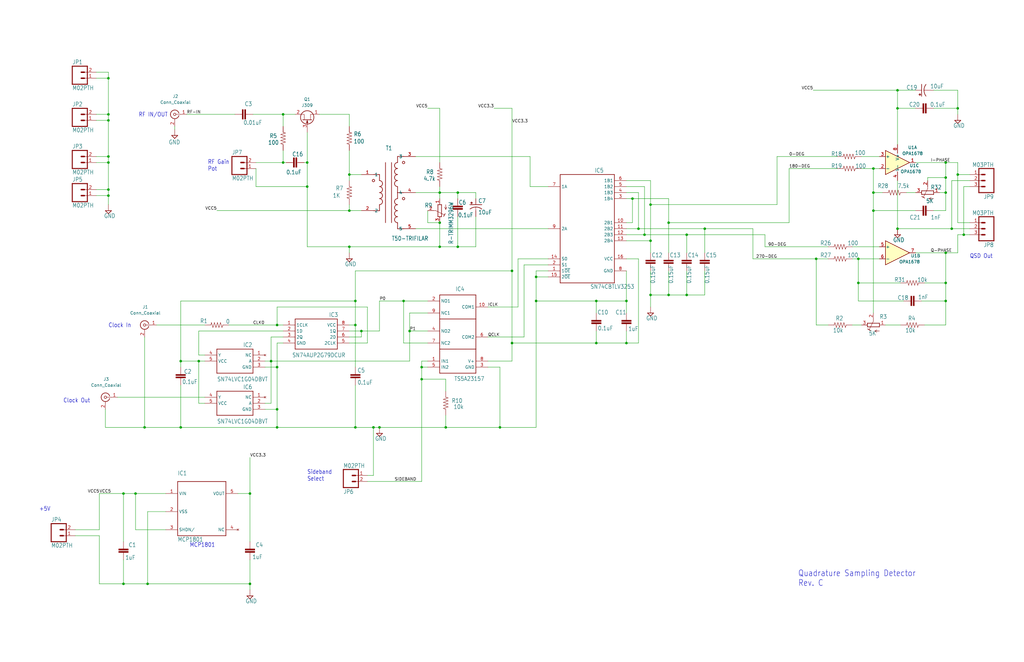
<source format=kicad_sch>
(kicad_sch (version 20211123) (generator eeschema)
  (paper "B")
  (title_block (date "2022-12-23"))
  (lib_symbols
    (symbol "Amplifier_Operational:OPA1678" (pin_names (offset 0.127))
      (property "Reference" "U" (at 0 5.08 0))
      (property "Value" "OPA1678" (at 0 -5.08 0))
      (symbol "OPA1678_1_1"
        (pin output line (at 7.62 0 180) (length 2.54) (name "~") (number "1"))
        (pin input line (at -7.62 -2.54 0) (length 2.54) (name "-") (number "2"))
        (pin input line (at -7.62 2.54 0) (length 2.54) (name "+") (number "3"))
      )
      (symbol "OPA1678_2_1"
        (pin input line (at -7.62 2.54 0) (length 2.54) (name "+") (number "5"))
        (pin input line (at -7.62 -2.54 0) (length 2.54) (name "-") (number "6"))
        (pin output line (at 7.62 0 180) (length 2.54) (name "~") (number "7"))
      )
      (symbol "OPA1678_3_1"
        (pin power_in line (at -2.54 -7.62 90) (length 3.81) (name "V-") (number "4"))
        (pin power_in line (at -2.54 7.62 270) (length 3.81) (name "V+") (number "8"))
      )
    )
    (symbol "Connector:Conn_Coaxial" (pin_names (offset 1.016) hide)
      (property "Reference" "J" (at 0.254 3.048 0))
      (property "Value" "Conn_Coaxial" (at 2.921 0 90))
      (symbol "Conn_Coaxial_1_1"
        (pin passive line (at -5.08 0 0) (length 2.54) (name "In") (number "1"))
        (pin passive line (at 0 -5.08 90) (length 2.54) (name "Ext") (number "2"))
      )
    )
    (symbol "Device:Q_NJFET_DSG" (pin_names (offset 0) hide)
      (property "Reference" "Q" (at 5.08 1.27 0))
      (property "Value" "Q_NJFET_DSG" (at 5.08 -1.27 0))
      (symbol "Q_NJFET_DSG_1_1"
        (pin passive line (at 2.54 5.08 270) (length 2.54) (name "D") (number "1"))
        (pin passive line (at 2.54 -5.08 90) (length 2.54) (name "S") (number "2"))
        (pin input line (at -5.08 0 0) (length 5.334) (name "G") (number "3"))
      )
    )
    (symbol "qsd_revB-eagle-import:10UF-25V-20%(PTH)"
      (property "Reference" "C" (at 1.016 0.635 0))
      (property "Value" "10UF-25V-20%(PTH)" (at 1.016 -4.191 0))
      (symbol "10UF-25V-20%(PTH)_1_0"
        (pin passive line (at 0 2.54 270) (length 2.54) (name "+") (number "1"))
        (pin passive line (at 0 -5.08 90) (length 2.54) (name "-") (number "2"))
      )
    )
    (symbol "qsd_revB-eagle-import:CAP0603-CAP"
      (property "Reference" "C" (at 1.524 2.921 0))
      (property "Value" "CAP0603-CAP" (at 1.524 -2.159 0))
      (symbol "CAP0603-CAP_1_0"
        (pin passive line (at 0 5.08 270) (length 2.54) (name "1") (number "1"))
        (pin passive line (at 0 -2.54 90) (length 2.54) (name "2") (number "2"))
      )
    )
    (symbol "qsd_revB-eagle-import:GND" (power)
      (property "Value" "GND" (at -1.905 -3.175 0))
      (symbol "GND_1_0"
        (pin power_in line (at 0 2.54 270) (length 2.54) (name "GND") (number "1"))
      )
    )
    (symbol "qsd_revB-eagle-import:M02PTH"
      (property "Reference" "JP" (at -2.54 5.842 0))
      (property "Value" "M02PTH" (at -2.54 -5.08 0))
      (symbol "M02PTH_1_0"
        (pin passive line (at 7.62 0 180) (length 5.08) (name "1") (number "1"))
        (pin passive line (at 7.62 2.54 180) (length 5.08) (name "2") (number "2"))
      )
    )
    (symbol "qsd_revB-eagle-import:M03PTH"
      (property "Reference" "JP" (at -2.54 5.842 0))
      (property "Value" "M03PTH" (at -2.54 -7.62 0))
      (symbol "M03PTH_1_0"
        (pin passive line (at 7.62 -2.54 180) (length 5.08) (name "1") (number "1"))
        (pin passive line (at 7.62 0 180) (length 5.08) (name "2") (number "2"))
        (pin passive line (at 7.62 2.54 180) (length 5.08) (name "3") (number "3"))
      )
    )
    (symbol "qsd_revB-eagle-import:MCP1801"
      (property "Reference" "IC" (at 0 25.4 0))
      (property "Value" "MCP1801" (at 0 -2.54 0))
      (symbol "MCP1801_1_0"
        (pin power_in line (at -5.08 17.78 0) (length 5.08) (name "VIN") (number "1"))
        (pin power_in line (at -5.08 10.16 0) (length 5.08) (name "VSS") (number "2"))
        (pin input line (at -5.08 2.54 0) (length 5.08) (name "SHDN/") (number "3"))
        (pin no_connect line (at 25.4 2.54 180) (length 5.08) (name "NC") (number "4"))
        (pin power_in line (at 25.4 17.78 180) (length 5.08) (name "VOUT") (number "5"))
      )
    )
    (symbol "qsd_revB-eagle-import:R-TRIMM3296W"
      (property "Reference" "R" (at -5.969 -3.81 90))
      (property "Value" "R-TRIMM3296W" (at -3.81 -3.81 90))
      (symbol "R-TRIMM3296W_1_0"
        (pin passive line (at 0 -5.08 90) (length 2.54) (name "A") (number "1"))
        (pin passive line (at 5.08 0 180) (length 2.54) (name "S") (number "2"))
        (pin passive line (at 0 5.08 270) (length 2.54) (name "E") (number "3"))
      )
    )
    (symbol "qsd_revB-eagle-import:RESISTOR0603-RES"
      (property "Reference" "R" (at -3.81 1.4986 0))
      (property "Value" "RESISTOR0603-RES" (at -3.81 -3.302 0))
      (symbol "RESISTOR0603-RES_1_0"
        (pin passive line (at -5.08 0 0) (length 2.54) (name "1") (number "1"))
        (pin passive line (at 5.08 0 180) (length 2.54) (name "2") (number "2"))
      )
    )
    (symbol "qsd_revB-eagle-import:SN74AUP2G79DCUR"
      (property "Reference" "IC" (at 24.13 7.62 0))
      (property "Value" "SN74AUP2G79DCUR" (at 24.13 5.08 0))
      (symbol "SN74AUP2G79DCUR_1_0"
        (pin bidirectional line (at 0 0 0) (length 5.08) (name "1CLK") (number "1"))
        (pin bidirectional line (at 0 -2.54 0) (length 5.08) (name "1D") (number "2"))
        (pin bidirectional line (at 0 -5.08 0) (length 5.08) (name "2Q") (number "3"))
        (pin bidirectional line (at 0 -7.62 0) (length 5.08) (name "GND") (number "4"))
        (pin bidirectional line (at 27.94 -7.62 180) (length 5.08) (name "2CLK") (number "5"))
        (pin bidirectional line (at 27.94 -5.08 180) (length 5.08) (name "2D") (number "6"))
        (pin bidirectional line (at 27.94 -2.54 180) (length 5.08) (name "1Q") (number "7"))
        (pin bidirectional line (at 27.94 0 180) (length 5.08) (name "VCC") (number "8"))
      )
    )
    (symbol "qsd_revB-eagle-import:SN74CBTLV3253"
      (property "Reference" "IC" (at 14.478 46.482 0))
      (property "Value" "SN74CBTLV3253" (at 12.7 -2.54 0))
      (symbol "SN74CBTLV3253_1_0"
        (pin bidirectional line (at -5.08 5.08 0) (length 5.08) (name "1~{OE}") (number "1"))
        (pin bidirectional line (at 27.94 25.4 180) (length 5.08) (name "2B1") (number "10"))
        (pin bidirectional line (at 27.94 22.86 180) (length 5.08) (name "2B2") (number "11"))
        (pin bidirectional line (at 27.94 20.32 180) (length 5.08) (name "2B3") (number "12"))
        (pin bidirectional line (at 27.94 17.78 180) (length 5.08) (name "2B4") (number "13"))
        (pin bidirectional line (at -5.08 10.16 0) (length 5.08) (name "S0") (number "14"))
        (pin bidirectional line (at -5.08 2.54 0) (length 5.08) (name "2~{OE}") (number "15"))
        (pin bidirectional line (at 27.94 10.16 180) (length 5.08) (name "VCC") (number "16"))
        (pin bidirectional line (at -5.08 7.62 0) (length 5.08) (name "S1") (number "2"))
        (pin bidirectional line (at 27.94 35.56 180) (length 5.08) (name "1B4") (number "3"))
        (pin bidirectional line (at 27.94 38.1 180) (length 5.08) (name "1B3") (number "4"))
        (pin bidirectional line (at 27.94 40.64 180) (length 5.08) (name "1B2") (number "5"))
        (pin bidirectional line (at 27.94 43.18 180) (length 5.08) (name "1B1") (number "6"))
        (pin bidirectional line (at -5.08 40.64 0) (length 5.08) (name "1A") (number "7"))
        (pin bidirectional line (at 27.94 5.08 180) (length 5.08) (name "GND") (number "8"))
        (pin bidirectional line (at -5.08 22.86 0) (length 5.08) (name "2A") (number "9"))
      )
    )
    (symbol "qsd_revB-eagle-import:SN74LVC1G04DBVT"
      (property "Reference" "IC" (at 21.59 7.62 0))
      (property "Value" "SN74LVC1G04DBVT" (at 21.59 5.08 0))
      (symbol "SN74LVC1G04DBVT_1_0"
        (pin no_connect line (at 0 0 0) (length 5.08) (name "NC") (number "1"))
        (pin input line (at 0 -2.54 0) (length 5.08) (name "A") (number "2"))
        (pin power_in line (at 0 -5.08 0) (length 5.08) (name "GND") (number "3"))
        (pin output line (at 25.4 0 180) (length 5.08) (name "Y") (number "4"))
        (pin power_in line (at 25.4 -2.54 180) (length 5.08) (name "VCC") (number "5"))
      )
    )
    (symbol "qsd_revB-eagle-import:T50-TRIFILAR"
      (property "Reference" "T" (at 5.08 25.4 0))
      (property "Value" "T50-TRIFILAR" (at 7.62 -12.7 0))
      (symbol "T50-TRIFILAR_1_0"
        (pin bidirectional line (at -5.08 15.24 0) (length 5.08) (name "1") (number "1"))
        (pin bidirectional line (at -5.08 0 0) (length 5.08) (name "2") (number "2"))
        (pin bidirectional line (at 17.78 22.86 180) (length 5.08) (name "3") (number "3"))
        (pin bidirectional line (at 17.78 7.62 180) (length 5.08) (name "4") (number "4"))
        (pin bidirectional line (at 17.78 -7.62 180) (length 5.08) (name "5") (number "5"))
      )
    )
    (symbol "qsd_revB-eagle-import:TS5A23157"
      (property "Reference" "IC" (at 6.604 34.544 0))
      (property "Value" "TS5A23157" (at 6.096 -3.302 0))
      (symbol "TS5A23157_1_0"
        (pin bidirectional line (at -5.08 5.08 0) (length 5.08) (name "IN1") (number "1"))
        (pin bidirectional line (at 20.32 27.94 180) (length 5.08) (name "COM1") (number "10"))
        (pin bidirectional line (at -5.08 30.48 0) (length 5.08) (name "NO1") (number "2"))
        (pin bidirectional line (at 20.32 2.54 180) (length 5.08) (name "GND") (number "3"))
        (pin bidirectional line (at -5.08 17.78 0) (length 5.08) (name "NO2") (number "4"))
        (pin bidirectional line (at -5.08 2.54 0) (length 5.08) (name "IN2") (number "5"))
        (pin bidirectional line (at 20.32 15.24 180) (length 5.08) (name "COM2") (number "6"))
        (pin bidirectional line (at -5.08 12.7 0) (length 5.08) (name "NC2") (number "7"))
        (pin bidirectional line (at 20.32 5.08 180) (length 5.08) (name "V+") (number "8"))
        (pin bidirectional line (at -5.08 25.4 0) (length 5.08) (name "NC1") (number "9"))
      )
    )
  )
  (junction (at 361.95 109.22))
  (junction (at 269.24 96.52))
  (junction (at 62.23 246.38))
  (junction (at 177.8 160.02))
  (junction (at 193.04 81.28))
  (junction (at 76.2 180.34))
  (junction (at 45.72 50.8))
  (junction (at 52.07 208.28))
  (junction (at 361.95 119.38))
  (junction (at 401.32 96.52))
  (junction (at 403.86 45.72))
  (junction (at 264.16 127))
  (junction (at 57.15 208.28))
  (junction (at 403.86 73.66))
  (junction (at 185.42 93.98))
  (junction (at 147.32 88.9))
  (junction (at 157.48 180.34))
  (junction (at 210.82 180.34))
  (junction (at 368.3 81.28))
  (junction (at 378.46 45.72))
  (junction (at 116.84 172.72))
  (junction (at 226.06 116.84))
  (junction (at 60.96 180.34))
  (junction (at 105.41 208.28))
  (junction (at 398.78 119.38))
  (junction (at 116.84 180.34))
  (junction (at 45.72 80.01))
  (junction (at 215.9 144.78))
  (junction (at 264.16 144.78))
  (junction (at 297.18 96.52))
  (junction (at 406.4 99.06))
  (junction (at 398.78 81.28))
  (junction (at 368.3 71.12))
  (junction (at 119.38 68.58))
  (junction (at 160.02 180.34))
  (junction (at 281.94 124.46))
  (junction (at 289.56 99.06))
  (junction (at 45.72 68.58))
  (junction (at 149.86 180.34))
  (junction (at 185.42 104.14))
  (junction (at 129.54 68.58))
  (junction (at 215.9 114.3))
  (junction (at 271.78 99.06))
  (junction (at 251.46 127))
  (junction (at 398.78 74.93))
  (junction (at 289.56 124.46))
  (junction (at 116.84 154.94))
  (junction (at 368.3 88.9))
  (junction (at 152.4 139.7))
  (junction (at 281.94 93.98))
  (junction (at 398.78 68.58))
  (junction (at 119.38 48.26))
  (junction (at 266.7 83.82))
  (junction (at 398.78 127))
  (junction (at 398.78 106.68))
  (junction (at 170.18 127))
  (junction (at 83.82 152.4))
  (junction (at 114.3 152.4))
  (junction (at 147.32 104.14))
  (junction (at 52.07 246.38))
  (junction (at 274.32 101.6))
  (junction (at 193.04 104.14))
  (junction (at 177.8 154.94))
  (junction (at 129.54 78.74))
  (junction (at 226.06 127))
  (junction (at 45.72 48.26))
  (junction (at 172.72 139.7))
  (junction (at 116.84 137.16))
  (junction (at 147.32 73.66))
  (junction (at 185.42 81.28))
  (junction (at 45.72 82.55))
  (junction (at 76.2 152.4))
  (junction (at 274.32 86.36))
  (junction (at 344.17 109.22))
  (junction (at 45.72 33.02))
  (junction (at 378.46 38.1))
  (junction (at 45.72 66.04))
  (junction (at 105.41 246.38))
  (junction (at 149.86 137.16))
  (junction (at 187.96 180.34))
  (junction (at 274.32 124.46))
  (junction (at 378.46 96.52))
  (junction (at 251.46 144.78))
  (junction (at 149.86 127))
  (wire (pts (xy 147.32 76.2) (xy 147.32 73.66)))
  (wire (pts (xy 129.54 68.58) (xy 129.54 78.74)))
  (wire (pts (xy 177.8 160.02) (xy 177.8 203.2)))
  (wire (pts (xy 378.46 38.1) (xy 378.46 45.72)))
  (wire (pts (xy 129.54 78.74) (xy 129.54 104.14)))
  (wire (pts (xy 185.42 93.98) (xy 185.42 104.14)))
  (wire (pts (xy 73.66 53.34) (xy 73.66 54.61)))
  (wire (pts (xy 49.53 167.64) (xy 86.36 167.64)))
  (wire (pts (xy 172.72 132.08) (xy 180.34 132.08)))
  (wire (pts (xy 389.89 119.38) (xy 398.78 119.38)))
  (wire (pts (xy 231.14 116.84) (xy 226.06 116.84)))
  (wire (pts (xy 52.07 246.38) (xy 62.23 246.38)))
  (wire (pts (xy 391.16 76.2) (xy 391.16 74.93)))
  (wire (pts (xy 218.44 109.22) (xy 231.14 109.22)))
  (wire (pts (xy 111.76 154.94) (xy 116.84 154.94)))
  (wire (pts (xy 368.3 88.9) (xy 368.3 132.08)))
  (wire (pts (xy 180.34 144.78) (xy 170.18 144.78)))
  (wire (pts (xy 45.72 80.01) (xy 45.72 82.55)))
  (wire (pts (xy 200.66 104.14) (xy 193.04 104.14)))
  (wire (pts (xy 129.54 55.88) (xy 129.54 68.58)))
  (wire (pts (xy 45.72 66.04) (xy 45.72 68.58)))
  (wire (pts (xy 60.96 142.24) (xy 60.96 180.34)))
  (wire (pts (xy 180.34 152.4) (xy 177.8 152.4)))
  (wire (pts (xy 147.32 86.36) (xy 147.32 88.9)))
  (wire (pts (xy 40.64 82.55) (xy 45.72 82.55)))
  (wire (pts (xy 205.74 129.54) (xy 218.44 129.54)))
  (wire (pts (xy 322.58 99.06) (xy 322.58 104.14)))
  (wire (pts (xy 327.66 66.04) (xy 353.06 66.04)))
  (wire (pts (xy 327.66 86.36) (xy 274.32 86.36)))
  (wire (pts (xy 147.32 88.9) (xy 152.4 88.9)))
  (wire (pts (xy 45.72 50.8) (xy 45.72 66.04)))
  (wire (pts (xy 193.04 91.44) (xy 193.04 104.14)))
  (wire (pts (xy 220.98 142.24) (xy 220.98 111.76)))
  (wire (pts (xy 297.18 114.3) (xy 297.18 124.46)))
  (wire (pts (xy 210.82 180.34) (xy 226.06 180.34)))
  (wire (pts (xy 388.62 127) (xy 398.78 127)))
  (wire (pts (xy 44.45 180.34) (xy 60.96 180.34)))
  (wire (pts (xy 398.78 106.68) (xy 398.78 119.38)))
  (wire (pts (xy 149.86 127) (xy 149.86 114.3)))
  (wire (pts (xy 83.82 139.7) (xy 119.38 139.7)))
  (wire (pts (xy 381 127) (xy 361.95 127)))
  (wire (pts (xy 393.7 88.9) (xy 398.78 88.9)))
  (wire (pts (xy 231.14 114.3) (xy 226.06 114.3)))
  (wire (pts (xy 105.41 236.22) (xy 105.41 246.38)))
  (wire (pts (xy 408.94 99.06) (xy 406.4 99.06)))
  (wire (pts (xy 193.04 81.28) (xy 185.42 81.28)))
  (wire (pts (xy 363.22 71.12) (xy 368.3 71.12)))
  (wire (pts (xy 200.66 81.28) (xy 193.04 81.28)))
  (wire (pts (xy 185.42 81.28) (xy 185.42 83.82)))
  (wire (pts (xy 359.41 137.16) (xy 363.22 137.16)))
  (wire (pts (xy 40.64 50.8) (xy 45.72 50.8)))
  (wire (pts (xy 44.45 172.72) (xy 44.45 180.34)))
  (wire (pts (xy 359.41 109.22) (xy 361.95 109.22)))
  (wire (pts (xy 215.9 144.78) (xy 215.9 114.3)))
  (wire (pts (xy 271.78 99.06) (xy 264.16 99.06)))
  (wire (pts (xy 41.91 246.38) (xy 52.07 246.38)))
  (wire (pts (xy 60.96 180.34) (xy 76.2 180.34)))
  (wire (pts (xy 200.66 83.82) (xy 200.66 81.28)))
  (wire (pts (xy 69.85 215.9) (xy 62.23 215.9)))
  (wire (pts (xy 154.94 129.54) (xy 116.84 129.54)))
  (wire (pts (xy 403.86 99.06) (xy 403.86 106.68)))
  (wire (pts (xy 152.4 139.7) (xy 160.02 139.7)))
  (wire (pts (xy 187.96 175.26) (xy 187.96 180.34)))
  (wire (pts (xy 373.38 137.16) (xy 379.73 137.16)))
  (wire (pts (xy 210.82 180.34) (xy 187.96 180.34)))
  (wire (pts (xy 149.86 127) (xy 76.2 127)))
  (wire (pts (xy 251.46 144.78) (xy 264.16 144.78)))
  (wire (pts (xy 281.94 93.98) (xy 281.94 83.82)))
  (wire (pts (xy 100.33 208.28) (xy 105.41 208.28)))
  (wire (pts (xy 218.44 129.54) (xy 218.44 109.22)))
  (wire (pts (xy 406.4 99.06) (xy 403.86 99.06)))
  (wire (pts (xy 116.84 154.94) (xy 116.84 172.72)))
  (wire (pts (xy 152.4 73.66) (xy 147.32 73.66)))
  (wire (pts (xy 147.32 137.16) (xy 149.86 137.16)))
  (wire (pts (xy 408.94 96.52) (xy 401.32 96.52)))
  (wire (pts (xy 382.27 81.28) (xy 386.08 81.28)))
  (wire (pts (xy 154.94 200.66) (xy 157.48 200.66)))
  (wire (pts (xy 147.32 104.14) (xy 147.32 106.68)))
  (wire (pts (xy 45.72 48.26) (xy 45.72 50.8)))
  (wire (pts (xy 378.46 45.72) (xy 386.08 45.72)))
  (wire (pts (xy 408.94 78.74) (xy 406.4 78.74)))
  (wire (pts (xy 269.24 109.22) (xy 269.24 144.78)))
  (wire (pts (xy 149.86 114.3) (xy 215.9 114.3)))
  (wire (pts (xy 226.06 114.3) (xy 226.06 116.84)))
  (wire (pts (xy 401.32 76.2) (xy 401.32 96.52)))
  (wire (pts (xy 129.54 104.14) (xy 147.32 104.14)))
  (wire (pts (xy 52.07 236.22) (xy 52.07 246.38)))
  (wire (pts (xy 69.85 223.52) (xy 57.15 223.52)))
  (wire (pts (xy 269.24 96.52) (xy 264.16 96.52)))
  (wire (pts (xy 160.02 139.7) (xy 160.02 127)))
  (wire (pts (xy 271.78 99.06) (xy 289.56 99.06)))
  (wire (pts (xy 62.23 246.38) (xy 105.41 246.38)))
  (wire (pts (xy 403.86 68.58) (xy 398.78 68.58)))
  (wire (pts (xy 152.4 139.7) (xy 152.4 142.24)))
  (wire (pts (xy 274.32 129.54) (xy 274.32 124.46)))
  (wire (pts (xy 180.34 45.72) (xy 185.42 45.72)))
  (wire (pts (xy 172.72 139.7) (xy 172.72 132.08)))
  (wire (pts (xy 83.82 170.18) (xy 83.82 152.4)))
  (wire (pts (xy 177.8 154.94) (xy 177.8 160.02)))
  (wire (pts (xy 226.06 127) (xy 251.46 127)))
  (wire (pts (xy 274.32 86.36) (xy 274.32 76.2)))
  (wire (pts (xy 361.95 109.22) (xy 370.84 109.22)))
  (wire (pts (xy 45.72 30.48) (xy 45.72 33.02)))
  (wire (pts (xy 114.3 152.4) (xy 111.76 152.4)))
  (wire (pts (xy 289.56 124.46) (xy 297.18 124.46)))
  (wire (pts (xy 86.36 149.86) (xy 83.82 149.86)))
  (wire (pts (xy 408.94 73.66) (xy 403.86 73.66)))
  (wire (pts (xy 105.41 208.28) (xy 105.41 228.6)))
  (wire (pts (xy 368.3 81.28) (xy 372.11 81.28)))
  (wire (pts (xy 205.74 154.94) (xy 210.82 154.94)))
  (wire (pts (xy 170.18 127) (xy 180.34 127)))
  (wire (pts (xy 368.3 81.28) (xy 368.3 88.9)))
  (wire (pts (xy 403.86 93.98) (xy 403.86 73.66)))
  (wire (pts (xy 66.04 137.16) (xy 86.36 137.16)))
  (wire (pts (xy 147.32 73.66) (xy 147.32 63.5)))
  (wire (pts (xy 41.91 208.28) (xy 52.07 208.28)))
  (wire (pts (xy 119.38 142.24) (xy 114.3 142.24)))
  (wire (pts (xy 223.52 66.04) (xy 223.52 78.74)))
  (wire (pts (xy 116.84 144.78) (xy 116.84 154.94)))
  (wire (pts (xy 107.95 71.12) (xy 107.95 78.74)))
  (wire (pts (xy 403.86 38.1) (xy 403.86 45.72)))
  (wire (pts (xy 154.94 144.78) (xy 154.94 129.54)))
  (wire (pts (xy 363.22 66.04) (xy 370.84 66.04)))
  (wire (pts (xy 147.32 53.34) (xy 147.32 48.26)))
  (wire (pts (xy 149.86 137.16) (xy 149.86 154.94)))
  (wire (pts (xy 76.2 162.56) (xy 76.2 180.34)))
  (wire (pts (xy 393.7 45.72) (xy 403.86 45.72)))
  (wire (pts (xy 177.8 152.4) (xy 177.8 154.94)))
  (wire (pts (xy 119.38 137.16) (xy 116.84 137.16)))
  (wire (pts (xy 40.64 48.26) (xy 45.72 48.26)))
  (wire (pts (xy 368.3 71.12) (xy 368.3 81.28)))
  (wire (pts (xy 359.41 104.14) (xy 370.84 104.14)))
  (wire (pts (xy 175.26 66.04) (xy 223.52 66.04)))
  (wire (pts (xy 45.72 68.58) (xy 45.72 80.01)))
  (wire (pts (xy 210.82 154.94) (xy 210.82 180.34)))
  (wire (pts (xy 317.5 109.22) (xy 344.17 109.22)))
  (wire (pts (xy 31.75 226.06) (xy 41.91 226.06)))
  (wire (pts (xy 180.34 139.7) (xy 172.72 139.7)))
  (wire (pts (xy 40.64 66.04) (xy 45.72 66.04)))
  (wire (pts (xy 396.24 81.28) (xy 398.78 81.28)))
  (wire (pts (xy 185.42 78.74) (xy 185.42 81.28)))
  (wire (pts (xy 368.3 71.12) (xy 370.84 71.12)))
  (wire (pts (xy 386.08 88.9) (xy 368.3 88.9)))
  (wire (pts (xy 264.16 139.7) (xy 264.16 144.78)))
  (wire (pts (xy 106.68 48.26) (xy 119.38 48.26)))
  (wire (pts (xy 274.32 114.3) (xy 274.32 124.46)))
  (wire (pts (xy 175.26 81.28) (xy 185.42 81.28)))
  (wire (pts (xy 226.06 127) (xy 226.06 180.34)))
  (wire (pts (xy 107.95 68.58) (xy 119.38 68.58)))
  (wire (pts (xy 289.56 99.06) (xy 322.58 99.06)))
  (wire (pts (xy 269.24 81.28) (xy 269.24 96.52)))
  (wire (pts (xy 193.04 104.14) (xy 185.42 104.14)))
  (wire (pts (xy 114.3 170.18) (xy 114.3 152.4)))
  (wire (pts (xy 52.07 208.28) (xy 52.07 228.6)))
  (wire (pts (xy 215.9 45.72) (xy 208.28 45.72)))
  (wire (pts (xy 119.38 68.58) (xy 120.65 68.58)))
  (wire (pts (xy 175.26 96.52) (xy 231.14 96.52)))
  (wire (pts (xy 172.72 152.4) (xy 172.72 139.7)))
  (wire (pts (xy 264.16 101.6) (xy 274.32 101.6)))
  (wire (pts (xy 271.78 78.74) (xy 271.78 99.06)))
  (wire (pts (xy 297.18 96.52) (xy 297.18 106.68)))
  (wire (pts (xy 220.98 111.76) (xy 231.14 111.76)))
  (wire (pts (xy 149.86 137.16) (xy 149.86 127)))
  (wire (pts (xy 344.17 109.22) (xy 349.25 109.22)))
  (wire (pts (xy 147.32 144.78) (xy 154.94 144.78)))
  (wire (pts (xy 119.38 63.5) (xy 119.38 68.58)))
  (wire (pts (xy 386.08 68.58) (xy 398.78 68.58)))
  (wire (pts (xy 57.15 208.28) (xy 52.07 208.28)))
  (wire (pts (xy 111.76 170.18) (xy 114.3 170.18)))
  (wire (pts (xy 187.96 160.02) (xy 177.8 160.02)))
  (wire (pts (xy 147.32 139.7) (xy 152.4 139.7)))
  (wire (pts (xy 289.56 106.68) (xy 289.56 99.06)))
  (wire (pts (xy 116.84 129.54) (xy 116.84 137.16)))
  (wire (pts (xy 187.96 165.1) (xy 187.96 160.02)))
  (wire (pts (xy 264.16 127) (xy 251.46 127)))
  (wire (pts (xy 180.34 154.94) (xy 177.8 154.94)))
  (wire (pts (xy 398.78 119.38) (xy 398.78 127)))
  (wire (pts (xy 327.66 86.36) (xy 327.66 66.04)))
  (wire (pts (xy 408.94 93.98) (xy 403.86 93.98)))
  (wire (pts (xy 264.16 114.3) (xy 264.16 127)))
  (wire (pts (xy 45.72 82.55) (xy 45.72 86.36)))
  (wire (pts (xy 274.32 101.6) (xy 274.32 86.36)))
  (wire (pts (xy 378.46 76.2) (xy 378.46 96.52)))
  (wire (pts (xy 251.46 132.08) (xy 251.46 127)))
  (wire (pts (xy 281.94 114.3) (xy 281.94 124.46)))
  (wire (pts (xy 297.18 96.52) (xy 317.5 96.52)))
  (wire (pts (xy 289.56 114.3) (xy 289.56 124.46)))
  (wire (pts (xy 269.24 96.52) (xy 297.18 96.52)))
  (wire (pts (xy 134.62 48.26) (xy 147.32 48.26)))
  (wire (pts (xy 116.84 180.34) (xy 149.86 180.34)))
  (wire (pts (xy 149.86 162.56) (xy 149.86 180.34)))
  (wire (pts (xy 111.76 172.72) (xy 116.84 172.72)))
  (wire (pts (xy 205.74 142.24) (xy 220.98 142.24)))
  (wire (pts (xy 119.38 144.78) (xy 116.84 144.78)))
  (wire (pts (xy 119.38 53.34) (xy 119.38 48.26)))
  (wire (pts (xy 96.52 137.16) (xy 116.84 137.16)))
  (wire (pts (xy 223.52 78.74) (xy 231.14 78.74)))
  (wire (pts (xy 187.96 180.34) (xy 160.02 180.34)))
  (wire (pts (xy 205.74 152.4) (xy 215.9 152.4)))
  (wire (pts (xy 157.48 180.34) (xy 160.02 180.34)))
  (wire (pts (xy 332.74 71.12) (xy 353.06 71.12)))
  (wire (pts (xy 86.36 170.18) (xy 83.82 170.18)))
  (wire (pts (xy 393.7 38.1) (xy 403.86 38.1)))
  (wire (pts (xy 398.78 81.28) (xy 398.78 88.9)))
  (wire (pts (xy 62.23 215.9) (xy 62.23 246.38)))
  (wire (pts (xy 398.78 74.93) (xy 398.78 81.28)))
  (wire (pts (xy 107.95 78.74) (xy 129.54 78.74)))
  (wire (pts (xy 200.66 91.44) (xy 200.66 104.14)))
  (wire (pts (xy 274.32 124.46) (xy 281.94 124.46)))
  (wire (pts (xy 91.44 88.9) (xy 147.32 88.9)))
  (wire (pts (xy 40.64 80.01) (xy 45.72 80.01)))
  (wire (pts (xy 264.16 81.28) (xy 269.24 81.28)))
  (wire (pts (xy 401.32 96.52) (xy 378.46 96.52)))
  (wire (pts (xy 41.91 226.06) (xy 41.91 246.38)))
  (wire (pts (xy 31.75 223.52) (xy 41.91 223.52)))
  (wire (pts (xy 274.32 106.68) (xy 274.32 101.6)))
  (wire (pts (xy 99.06 48.26) (xy 78.74 48.26)))
  (wire (pts (xy 344.17 137.16) (xy 344.17 109.22)))
  (wire (pts (xy 105.41 208.28) (xy 105.41 193.04)))
  (wire (pts (xy 57.15 223.52) (xy 57.15 208.28)))
  (wire (pts (xy 281.94 124.46) (xy 289.56 124.46)))
  (wire (pts (xy 185.42 45.72) (xy 185.42 68.58)))
  (wire (pts (xy 332.74 93.98) (xy 281.94 93.98)))
  (wire (pts (xy 40.64 68.58) (xy 45.72 68.58)))
  (wire (pts (xy 322.58 104.14) (xy 349.25 104.14)))
  (wire (pts (xy 361.95 109.22) (xy 361.95 119.38)))
  (wire (pts (xy 264.16 83.82) (xy 266.7 83.82)))
  (wire (pts (xy 264.16 109.22) (xy 269.24 109.22)))
  (wire (pts (xy 185.42 104.14) (xy 147.32 104.14)))
  (wire (pts (xy 40.64 33.02) (xy 45.72 33.02)))
  (wire (pts (xy 317.5 96.52) (xy 317.5 109.22)))
  (wire (pts (xy 180.34 93.98) (xy 185.42 93.98)))
  (wire (pts (xy 215.9 152.4) (xy 215.9 144.78)))
  (wire (pts (xy 281.94 106.68) (xy 281.94 93.98)))
  (wire (pts (xy 391.16 74.93) (xy 398.78 74.93)))
  (wire (pts (xy 266.7 83.82) (xy 281.94 83.82)))
  (wire (pts (xy 180.34 88.9) (xy 180.34 93.98)))
  (wire (pts (xy 40.64 30.48) (xy 45.72 30.48)))
  (wire (pts (xy 76.2 154.94) (xy 76.2 152.4)))
  (wire (pts (xy 226.06 116.84) (xy 226.06 127)))
  (wire (pts (xy 215.9 144.78) (xy 251.46 144.78)))
  (wire (pts (xy 69.85 208.28) (xy 57.15 208.28)))
  (wire (pts (xy 342.9 38.1) (xy 378.46 38.1)))
  (wire (pts (xy 83.82 152.4) (xy 86.36 152.4)))
  (wire (pts (xy 160.02 127) (xy 170.18 127)))
  (wire (pts (xy 152.4 142.24) (xy 147.32 142.24)))
  (wire (pts (xy 389.89 137.16) (xy 398.78 137.16)))
  (wire (pts (xy 266.7 93.98) (xy 264.16 93.98)))
  (wire (pts (xy 403.86 106.68) (xy 398.78 106.68)))
  (wire (pts (xy 193.04 83.82) (xy 193.04 81.28)))
  (wire (pts (xy 41.91 223.52) (xy 41.91 208.28)))
  (wire (pts (xy 45.72 33.02) (xy 45.72 48.26)))
  (wire (pts (xy 215.9 45.72) (xy 215.9 114.3)))
  (wire (pts (xy 251.46 139.7) (xy 251.46 144.78)))
  (wire (pts (xy 264.16 78.74) (xy 271.78 78.74)))
  (wire (pts (xy 386.08 38.1) (xy 378.46 38.1)))
  (wire (pts (xy 83.82 149.86) (xy 83.82 139.7)))
  (wire (pts (xy 177.8 203.2) (xy 154.94 203.2)))
  (wire (pts (xy 266.7 83.82) (xy 266.7 93.98)))
  (wire (pts (xy 157.48 200.66) (xy 157.48 180.34)))
  (wire (pts (xy 264.16 144.78) (xy 269.24 144.78)))
  (wire (pts (xy 403.86 73.66) (xy 403.86 68.58)))
  (wire (pts (xy 408.94 76.2) (xy 401.32 76.2)))
  (wire (pts (xy 274.32 76.2) (xy 264.16 76.2)))
  (wire (pts (xy 406.4 78.74) (xy 406.4 99.06)))
  (wire (pts (xy 344.17 137.16) (xy 349.25 137.16)))
  (wire (pts (xy 398.78 106.68) (xy 386.08 106.68)))
  (wire (pts (xy 170.18 144.78) (xy 170.18 127)))
  (wire (pts (xy 149.86 180.34) (xy 157.48 180.34)))
  (wire (pts (xy 76.2 127) (xy 76.2 152.4)))
  (wire (pts (xy 398.78 68.58) (xy 398.78 74.93)))
  (wire (pts (xy 128.27 68.58) (xy 129.54 68.58)))
  (wire (pts (xy 361.95 119.38) (xy 361.95 127)))
  (wire (pts (xy 114.3 152.4) (xy 172.72 152.4)))
  (wire (pts (xy 114.3 142.24) (xy 114.3 152.4)))
  (wire (pts (xy 361.95 119.38) (xy 379.73 119.38)))
  (wire (pts (xy 76.2 152.4) (xy 83.82 152.4)))
  (wire (pts (xy 378.46 45.72) (xy 378.46 60.96)))
  (wire (pts (xy 332.74 93.98) (xy 332.74 71.12)))
  (wire (pts (xy 116.84 180.34) (xy 76.2 180.34)))
  (wire (pts (xy 264.16 127) (xy 264.16 132.08)))
  (wire (pts (xy 105.41 246.38) (xy 105.41 248.92)))
  (wire (pts (xy 116.84 172.72) (xy 116.84 180.34)))
  (wire (pts (xy 119.38 48.26) (xy 124.46 48.26)))
  (wire (pts (xy 403.86 45.72) (xy 403.86 48.26)))
  (wire (pts (xy 398.78 137.16) (xy 398.78 127)))
  (text "Clock In" (at 45.72 138.43 180) (effects (font (size 1.778 1.5113)) (justify left bottom)))
  (text "RF Gain\nPot" (at 87.63 72.39 180) (effects (font (size 1.778 1.5113)) (justify left bottom)))
  (text "Sideband\nSelect" (at 129.54 203.2 180) (effects (font (size 1.778 1.5113)) (justify left bottom)))
  (text "MCP1801" (at 80.01 231.14 180) (effects (font (size 1.778 1.5113)) (justify left bottom)))
  (text "Clock Out" (at 26.67 170.18 180) (effects (font (size 1.778 1.5113)) (justify left bottom)))
  (text "QSD Out" (at 408.94 109.22 180) (effects (font (size 1.778 1.5113)) (justify left bottom)))
  (text "RF IN/OUT" (at 58.42 49.53 180) (effects (font (size 1.778 1.5113)) (justify left bottom)))
  (text "+5V" (at 16.51 215.9 180) (effects (font (size 1.778 1.5113)) (justify left bottom)))
  (text "Quadrature Sampling Detector\nRev. C" (at 336.55 247.65 180) (effects (font (size 2.54 2.159)) (justify left bottom)))
  (label "VCC3.3" (at 215.9 52.07 0) (effects (font (size 1.2446 1.2446))))
  (label "VCC5" (at 342.9 38.1 180) (effects (font (size 1.2446 1.2446))))
  (label "Q-PHASE" (at 392.43 106.68 0) (effects (font (size 1.2446 1.2446))))
  (label "90-DEG" (at 323.85 104.14 0) (effects (font (size 1.2446 1.2446))))
  (label "VCC3.3" (at 105.41 193.04 0) (effects (font (size 1.2446 1.2446))))
  (label "270-DEG" (at 318.77 109.22 0) (effects (font (size 1.2446 1.2446))))
  (label "VCC3.3" (at 208.28 45.72 180) (effects (font (size 1.2446 1.2446))))
  (label "CLK0" (at 106.68 137.16 0) (effects (font (size 1.2446 1.2446))))
  (label "P0" (at 160.02 127 0) (effects (font (size 1.2446 1.2446))))
  (label "P1" (at 172.72 139.7 0) (effects (font (size 1.2446 1.2446))))
  (label "SIDEBAND" (at 166.37 203.2 0) (effects (font (size 1.2446 1.2446))))
  (label "VCC5" (at 41.91 208.28 180) (effects (font (size 1.2446 1.2446))))
  (label "VCC5" (at 41.91 208.28 0) (effects (font (size 1.2446 1.2446))))
  (label "VCC5" (at 180.34 45.72 180) (effects (font (size 1.2446 1.2446))))
  (label "I-PHASE" (at 392.43 68.58 0) (effects (font (size 1.2446 1.2446))))
  (label "QCLK" (at 205.74 142.24 0) (effects (font (size 1.2446 1.2446))))
  (label "180-DEG" (at 332.74 71.12 0) (effects (font (size 1.2446 1.2446))))
  (label "RF-IN" (at 78.74 48.26 0) (effects (font (size 1.2446 1.2446))))
  (label "ICLK" (at 205.74 129.54 0) (effects (font (size 1.2446 1.2446))))
  (label "VCC5" (at 91.44 88.9 180) (effects (font (size 1.2446 1.2446))))
  (label "0-DEG" (at 332.74 66.04 0) (effects (font (size 1.2446 1.2446))))
  (symbol (lib_id "qsd_revB-eagle-import:MCP1801") (at 74.93 226.06 0)
    (property "Reference" "IC1" (at 74.93 200.66 0) (effects (font (size 1.778 1.5113)) (justify left bottom)))
    (property "Value" "MCP1801" (at 74.93 228.6 0) (effects (font (size 1.778 1.5113)) (justify left bottom)))
    (property "Footprint" "qsd_revB:SOT23-5" (effects hide))
  )
  (symbol (lib_id "qsd_revB-eagle-import:RESISTOR0603-RES") (at 354.33 109.22 180)
    (property "Reference" "R27" (at 350.52 106.68 0) (effects (font (size 1.778 1.5113)) (justify left bottom)))
    (property "Value" "100" (at 361.95 106.68 0) (effects (font (size 1.778 1.5113)) (justify left bottom)))
    (property "Footprint" "Resistor_SMD:R_0603_1608Metric_Pad0.98x0.95mm_HandSolder" (effects hide))
  )
  (symbol (lib_id "qsd_revB-eagle-import:RESISTOR0603-RES") (at 119.38 58.42 90)
    (property "Reference" "R5" (at 116.84 56.3626 90) (effects (font (size 1.778 1.5113)) (justify left bottom)))
    (property "Value" "100" (at 117.602 59.182 90) (effects (font (size 1.778 1.5113)) (justify left bottom)))
    (property "Footprint" "Resistor_SMD:R_0603_1608Metric_Pad0.98x0.95mm_HandSolder" (effects hide))
  )
  (symbol (lib_id "qsd_revB-eagle-import:SN74LVC1G04DBVT") (at 111.76 149.86 0) (mirror y)
    (property "Reference" "IC2" (at 106.426 145.542 0) (effects (font (size 1.778 1.5113)) (justify left)))
    (property "Value" "SN74LVC1G04DBVT" (at 113.03 160.02 0) (effects (font (size 1.778 1.5113)) (justify left)))
    (property "Footprint" "qsd_revB:SOT95P280X145-5N" (effects hide))
  )
  (symbol (lib_id "qsd_revB-eagle-import:CAP0603-CAP") (at 76.2 157.48 180)
    (property "Reference" "C2" (at 80.772 155.829 0) (effects (font (size 1.778 1.5113)) (justify left bottom)))
    (property "Value" "0.1uF" (at 83.312 160.147 0) (effects (font (size 1.778 1.5113)) (justify left bottom)))
    (property "Footprint" "Capacitor_SMD:C_0603_1608Metric_Pad1.08x0.95mm_HandSolder" (effects hide))
  )
  (symbol (lib_id "qsd_revB-eagle-import:10UF-25V-20%(PTH)") (at 388.62 38.1 90)
    (property "Reference" "C19" (at 386.842 35.941 90) (effects (font (size 1.778 1.5113)) (justify left bottom)))
    (property "Value" "10uF" (at 398.018 35.433 90) (effects (font (size 1.778 1.5113)) (justify left bottom)))
    (property "Footprint" "qsd_revB:CPOL-RADIAL-10UF-25V" (effects hide))
  )
  (symbol (lib_id "qsd_revB-eagle-import:GND") (at 160.02 182.88 0)
    (property "Reference" "#SUPPLY05" (effects hide))
    (property "Value" "GND" (at 158.115 186.055 0) (effects (font (size 1.778 1.5113)) (justify left bottom)))
    (property "Footprint" "qsd_revB:" (effects hide))
  )
  (symbol (lib_id "qsd_revB-eagle-import:R-TRIMM3296W") (at 391.16 81.28 90)
    (property "Reference" "R32" (at 392.43 80.01 90) (effects (font (size 1.778 1.5113)) (justify right top)))
    (property "Value" "5K" (at 393.7 83.82 90) (effects (font (size 1.778 1.5113)) (justify left bottom)))
    (property "Footprint" "qsd_revB:RTRIM3296W" (effects hide))
  )
  (symbol (lib_id "Device:Q_NJFET_DSG") (at 129.54 50.8 270) (mirror x) (unit 1)
    (property "Reference" "Q1" (at 129.54 41.91 90))
    (property "Value" "J309" (at 129.54 44.45 90))
    (property "Footprint" "Package_TO_SOT_SMD:SOT-23" (effects hide))
  )
  (symbol (lib_id "Connector:Conn_Coaxial") (at 73.66 48.26 0) (mirror y) (unit 1)
    (property "Reference" "J2" (at 73.9774 40.64 0))
    (property "Value" "Conn_Coaxial" (at 73.9774 43.18 0))
    (property "Footprint" "Connector_Coaxial:SMA_Samtec_SMA-J-P-X-ST-EM1_EdgeMount" (effects hide))
    (property "Datasheet" " ~" (effects hide))
  )
  (symbol (lib_id "qsd_revB-eagle-import:CAP0603-CAP") (at 251.46 134.62 180)
    (property "Reference" "C10" (at 256.54 130.81 0) (effects (font (size 1.778 1.5113)) (justify left bottom)))
    (property "Value" "0.1uF" (at 258.572 137.541 0) (effects (font (size 1.778 1.5113)) (justify left bottom)))
    (property "Footprint" "Capacitor_SMD:C_0603_1608Metric_Pad1.08x0.95mm_HandSolder" (effects hide))
  )
  (symbol (lib_id "qsd_revB-eagle-import:CAP0603-CAP") (at 289.56 109.22 180)
    (property "Reference" "C14" (at 294.64 106.68 0) (effects (font (size 1.778 1.5113)) (justify left bottom)))
    (property "Value" "0.15uF" (at 289.56 111.76 90) (effects (font (size 1.778 1.5113)) (justify left bottom)))
    (property "Footprint" "Capacitor_SMD:C_0603_1608Metric_Pad1.08x0.95mm_HandSolder" (effects hide))
  )
  (symbol (lib_id "qsd_revB-eagle-import:RESISTOR0603-RES") (at 187.96 170.18 90)
    (property "Reference" "R10" (at 195.072 168.1226 90) (effects (font (size 1.778 1.5113)) (justify left bottom)))
    (property "Value" "10k" (at 195.58 170.688 90) (effects (font (size 1.778 1.5113)) (justify left bottom)))
    (property "Footprint" "Resistor_SMD:R_0603_1608Metric_Pad0.98x0.95mm_HandSolder" (effects hide))
  )
  (symbol (lib_id "qsd_revB-eagle-import:CAP0603-CAP") (at 274.32 109.22 180)
    (property "Reference" "C12" (at 279.4 106.68 0) (effects (font (size 1.778 1.5113)) (justify left bottom)))
    (property "Value" "0.15uF" (at 274.32 111.76 90) (effects (font (size 1.778 1.5113)) (justify left bottom)))
    (property "Footprint" "Capacitor_SMD:C_0603_1608Metric_Pad1.08x0.95mm_HandSolder" (effects hide))
  )
  (symbol (lib_id "qsd_revB-eagle-import:CAP0603-CAP") (at 383.54 127 270)
    (property "Reference" "C18" (at 378.46 126.619 90) (effects (font (size 1.778 1.5113)) (justify left bottom)))
    (property "Value" "1nF" (at 387.096 126.365 90) (effects (font (size 1.778 1.5113)) (justify left bottom)))
    (property "Footprint" "Capacitor_SMD:C_0603_1608Metric_Pad1.08x0.95mm_HandSolder" (effects hide))
  )
  (symbol (lib_id "qsd_revB-eagle-import:M02PTH") (at 100.33 71.12 0) (unit 1)
    (property "Reference" "JP7" (at 97.79 65.278 0) (effects (font (size 1.778 1.5113)) (justify left bottom)))
    (property "Value" "M02PTH" (at 97.79 76.2 0) (effects (font (size 1.778 1.5113)) (justify left bottom)))
    (property "Footprint" "qsd_revB:1X02" (effects hide))
  )
  (symbol (lib_id "qsd_revB-eagle-import:T50-TRIFILAR") (at 157.48 88.9 0)
    (property "Reference" "T1" (at 162.56 63.5 0) (effects (font (size 1.778 1.5113)) (justify left bottom)))
    (property "Value" "T50-TRIFILAR" (at 165.1 101.6 0) (effects (font (size 1.778 1.5113)) (justify left bottom)))
    (property "Footprint" "qsd_revB:T50-TRIFILAR" (effects hide))
  )
  (symbol (lib_id "qsd_revB-eagle-import:RESISTOR0603-RES") (at 377.19 81.28 180)
    (property "Reference" "R28" (at 374.65 77.47 0) (effects (font (size 1.778 1.5113)) (justify left bottom)))
    (property "Value" "7.5k" (at 383.54 77.47 0) (effects (font (size 1.778 1.5113)) (justify left bottom)))
    (property "Footprint" "Resistor_SMD:R_0603_1608Metric_Pad0.98x0.95mm_HandSolder" (effects hide))
  )
  (symbol (lib_id "qsd_revB-eagle-import:GND") (at 378.46 99.06 0)
    (property "Reference" "#SUPPLY011" (effects hide))
    (property "Value" "GND" (at 376.555 102.235 0) (effects (font (size 1.778 1.5113)) (justify left bottom)))
    (property "Footprint" "qsd_revB:" (effects hide))
  )
  (symbol (lib_id "Amplifier_Operational:OPA1678") (at 378.46 68.58 0) (unit 1)
    (property "Reference" "U1" (at 384.81 62.23 0))
    (property "Value" "OPA1678" (at 384.81 64.77 0))
    (property "Footprint" "Package_SO:SOIC-8_3.9x4.9mm_P1.27mm" (effects hide))
    (property "Datasheet" "http://www.ti.com/lit/ds/symlink/opa1678.pdf" (effects hide))
  )
  (symbol (lib_id "qsd_revB-eagle-import:CAP0603-CAP") (at 264.16 134.62 180)
    (property "Reference" "C11" (at 264.16 130.81 0) (effects (font (size 1.778 1.5113)) (justify left bottom)))
    (property "Value" "1uF" (at 269.24 137.795 0) (effects (font (size 1.778 1.5113)) (justify left bottom)))
    (property "Footprint" "Capacitor_SMD:C_0603_1608Metric_Pad1.08x0.95mm_HandSolder" (effects hide))
  )
  (symbol (lib_id "qsd_revB-eagle-import:CAP0603-CAP") (at 193.04 86.36 180)
    (property "Reference" "C6" (at 196.596 84.455 0) (effects (font (size 1.778 1.5113)) (justify left bottom)))
    (property "Value" "0.1uF" (at 199.644 89.789 0) (effects (font (size 1.778 1.5113)) (justify left bottom)))
    (property "Footprint" "Capacitor_SMD:C_0603_1608Metric_Pad1.08x0.95mm_HandSolder" (effects hide))
  )
  (symbol (lib_id "Amplifier_Operational:OPA1678") (at 378.46 106.68 0) (unit 2)
    (property "Reference" "U1" (at 386.08 107.95 0))
    (property "Value" "OPA1678" (at 383.54 110.49 0))
    (property "Footprint" "Package_SO:SOIC-8_3.9x4.9mm_P1.27mm" (effects hide))
    (property "Datasheet" "http://www.ti.com/lit/ds/symlink/opa1678.pdf" (effects hide))
  )
  (symbol (lib_id "qsd_revB-eagle-import:SN74LVC1G04DBVT") (at 111.76 167.64 0) (mirror y) (unit 1)
    (property "Reference" "IC6" (at 106.426 163.322 0) (effects (font (size 1.778 1.5113)) (justify left)))
    (property "Value" "SN74LVC1G04DBVT" (at 113.03 177.8 0) (effects (font (size 1.778 1.5113)) (justify left)))
    (property "Footprint" "qsd_revB:SOT95P280X145-5N" (effects hide))
  )
  (symbol (lib_id "qsd_revB-eagle-import:M02PTH") (at 33.02 68.58 0)
    (property "Reference" "JP3" (at 30.48 62.738 0) (effects (font (size 1.778 1.5113)) (justify left bottom)))
    (property "Value" "M02PTH" (at 30.48 73.66 0) (effects (font (size 1.778 1.5113)) (justify left bottom)))
    (property "Footprint" "qsd_revB:1X02" (effects hide))
  )
  (symbol (lib_id "qsd_revB-eagle-import:CAP0603-CAP") (at 52.07 231.14 180)
    (property "Reference" "C1" (at 57.404 228.981 0) (effects (font (size 1.778 1.5113)) (justify left bottom)))
    (property "Value" "1uF" (at 57.15 234.315 0) (effects (font (size 1.778 1.5113)) (justify left bottom)))
    (property "Footprint" "Capacitor_SMD:C_0603_1608Metric_Pad1.08x0.95mm_HandSolder" (effects hide))
  )
  (symbol (lib_id "qsd_revB-eagle-import:CAP0603-CAP") (at 297.18 109.22 180)
    (property "Reference" "C15" (at 302.26 106.68 0) (effects (font (size 1.778 1.5113)) (justify left bottom)))
    (property "Value" "0.15uF" (at 297.18 111.76 90) (effects (font (size 1.778 1.5113)) (justify left bottom)))
    (property "Footprint" "Capacitor_SMD:C_0603_1608Metric_Pad1.08x0.95mm_HandSolder" (effects hide))
  )
  (symbol (lib_id "qsd_revB-eagle-import:R-TRIMM3296W") (at 368.3 137.16 90) (unit 1)
    (property "Reference" "R3" (at 370.84 134.62 90) (effects (font (size 1.778 1.5113)) (justify right top)))
    (property "Value" "5K" (at 369.57 139.7 90) (effects (font (size 1.778 1.5113)) (justify left bottom)))
    (property "Footprint" "qsd_revB:RTRIM3296W" (effects hide))
  )
  (symbol (lib_id "qsd_revB-eagle-import:GND") (at 45.72 88.9 0)
    (property "Reference" "#SUPPLY01" (effects hide))
    (property "Value" "GND" (at 43.815 92.075 0) (effects (font (size 1.778 1.5113)) (justify left bottom)))
    (property "Footprint" "qsd_revB:" (effects hide))
  )
  (symbol (lib_id "qsd_revB-eagle-import:RESISTOR0603-RES") (at 358.14 71.12 180)
    (property "Reference" "R19" (at 355.092 69.0626 0) (effects (font (size 1.778 1.5113)) (justify left bottom)))
    (property "Value" "100" (at 365.252 69.088 0) (effects (font (size 1.778 1.5113)) (justify left bottom)))
    (property "Footprint" "Resistor_SMD:R_0603_1608Metric_Pad0.98x0.95mm_HandSolder" (effects hide))
  )
  (symbol (lib_id "qsd_revB-eagle-import:SN74AUP2G79DCUR") (at 119.38 137.16 0)
    (property "Reference" "IC3" (at 138.684 132.842 0) (effects (font (size 1.778 1.5113)) (justify left)))
    (property "Value" "SN74AUP2G79DCUR" (at 123.19 149.86 0) (effects (font (size 1.778 1.5113)) (justify left)))
    (property "Footprint" "qsd_revB:SOP50P310X90-8N" (effects hide))
  )
  (symbol (lib_id "qsd_revB-eagle-import:M03PTH") (at 416.56 76.2 180)
    (property "Reference" "JP9" (at 419.1 82.042 0) (effects (font (size 1.778 1.5113)) (justify left bottom)))
    (property "Value" "M03PTH" (at 419.1 68.58 0) (effects (font (size 1.778 1.5113)) (justify left bottom)))
    (property "Footprint" "qsd_revB:1X03" (effects hide))
  )
  (symbol (lib_id "qsd_revB-eagle-import:RESISTOR0603-RES") (at 358.14 66.04 180)
    (property "Reference" "R18" (at 355.092 63.9826 0) (effects (font (size 1.778 1.5113)) (justify left bottom)))
    (property "Value" "100" (at 364.998 63.5 0) (effects (font (size 1.778 1.5113)) (justify left bottom)))
    (property "Footprint" "Resistor_SMD:R_0603_1608Metric_Pad0.98x0.95mm_HandSolder" (effects hide))
  )
  (symbol (lib_id "qsd_revB-eagle-import:CAP0603-CAP") (at 101.6 48.26 270)
    (property "Reference" "C3" (at 103.124 44.831 90) (effects (font (size 1.778 1.5113)) (justify left bottom)))
    (property "Value" "0.01uF" (at 102.616 52.705 90) (effects (font (size 1.778 1.5113)) (justify left bottom)))
    (property "Footprint" "Capacitor_SMD:C_0603_1608Metric_Pad1.08x0.95mm_HandSolder" (effects hide))
  )
  (symbol (lib_id "qsd_revB-eagle-import:M02PTH") (at 33.02 33.02 0)
    (property "Reference" "JP1" (at 30.48 27.178 0) (effects (font (size 1.778 1.5113)) (justify left bottom)))
    (property "Value" "M02PTH" (at 30.48 38.1 0) (effects (font (size 1.778 1.5113)) (justify left bottom)))
    (property "Footprint" "qsd_revB:1X02" (effects hide))
  )
  (symbol (lib_id "qsd_revB-eagle-import:M02PTH") (at 147.32 200.66 0) (mirror x)
    (property "Reference" "JP6" (at 144.78 206.502 0) (effects (font (size 1.778 1.5113)) (justify left bottom)))
    (property "Value" "M02PTH" (at 144.78 195.58 0) (effects (font (size 1.778 1.5113)) (justify left bottom)))
    (property "Footprint" "qsd_revB:1X02" (effects hide))
  )
  (symbol (lib_id "qsd_revB-eagle-import:RESISTOR0603-RES") (at 384.81 119.38 180)
    (property "Reference" "R31" (at 381.762 117.0686 0) (effects (font (size 1.778 1.5113)) (justify left bottom)))
    (property "Value" "10k" (at 391.16 117.094 0) (effects (font (size 1.778 1.5113)) (justify left bottom)))
    (property "Footprint" "Resistor_SMD:R_0603_1608Metric_Pad0.98x0.95mm_HandSolder" (effects hide))
  )
  (symbol (lib_id "qsd_revB-eagle-import:GND") (at 73.66 57.15 0)
    (property "Reference" "#SUPPLY02" (effects hide))
    (property "Value" "GND" (at 71.12 60.96 0) (effects (font (size 1.778 1.5113)) (justify left bottom)))
    (property "Footprint" "qsd_revB:" (effects hide))
  )
  (symbol (lib_id "qsd_revB-eagle-import:M02PTH") (at 33.02 50.8 0)
    (property "Reference" "JP2" (at 30.48 44.958 0) (effects (font (size 1.778 1.5113)) (justify left bottom)))
    (property "Value" "M02PTH" (at 30.48 55.88 0) (effects (font (size 1.778 1.5113)) (justify left bottom)))
    (property "Footprint" "qsd_revB:1X02" (effects hide))
  )
  (symbol (lib_id "qsd_revB-eagle-import:RESISTOR0603-RES") (at 384.81 137.16 180) (unit 1)
    (property "Reference" "R4" (at 386.08 133.35 0) (effects (font (size 1.778 1.5113)) (justify left bottom)))
    (property "Value" "10k" (at 386.08 138.43 0) (effects (font (size 1.778 1.5113)) (justify left bottom)))
    (property "Footprint" "Resistor_SMD:R_0603_1608Metric_Pad0.98x0.95mm_HandSolder" (effects hide))
  )
  (symbol (lib_id "qsd_revB-eagle-import:GND") (at 274.32 132.08 0)
    (property "Reference" "#SUPPLY06" (effects hide))
    (property "Value" "GND" (at 272.415 135.255 0) (effects (font (size 1.778 1.5113)) (justify left bottom)))
    (property "Footprint" "qsd_revB:" (effects hide))
  )
  (symbol (lib_id "qsd_revB-eagle-import:CAP0603-CAP") (at 281.94 109.22 180)
    (property "Reference" "C13" (at 287.02 106.68 0) (effects (font (size 1.778 1.5113)) (justify left bottom)))
    (property "Value" "0.15uF" (at 281.94 111.76 90) (effects (font (size 1.778 1.5113)) (justify left bottom)))
    (property "Footprint" "Capacitor_SMD:C_0603_1608Metric_Pad1.08x0.95mm_HandSolder" (effects hide))
  )
  (symbol (lib_id "qsd_revB-eagle-import:CAP0603-CAP") (at 388.62 45.72 270)
    (property "Reference" "C20" (at 383.286 45.085 90) (effects (font (size 1.778 1.5113)) (justify left bottom)))
    (property "Value" "0.1uF" (at 392.176 45.085 90) (effects (font (size 1.778 1.5113)) (justify left bottom)))
    (property "Footprint" "Capacitor_SMD:C_0603_1608Metric_Pad1.08x0.95mm_HandSolder" (effects hide))
  )
  (symbol (lib_id "qsd_revB-eagle-import:RESISTOR0603-RES") (at 147.32 81.28 90)
    (property "Reference" "R7" (at 144.78 78.4606 90) (effects (font (size 1.778 1.5113)) (justify left bottom)))
    (property "Value" "1K" (at 143.51 81.534 90) (effects (font (size 1.778 1.5113)) (justify left bottom)))
    (property "Footprint" "Resistor_SMD:R_0603_1608Metric_Pad0.98x0.95mm_HandSolder" (effects hide))
  )
  (symbol (lib_id "qsd_revB-eagle-import:CAP0603-CAP") (at 123.19 68.58 270) (unit 1)
    (property "Reference" "C16" (at 123.19 66.04 90) (effects (font (size 1.778 1.5113)) (justify left bottom)))
    (property "Value" "0.1uF" (at 120.65 73.66 90) (effects (font (size 1.778 1.5113)) (justify left bottom)))
    (property "Footprint" "Capacitor_SMD:C_0603_1608Metric_Pad1.08x0.95mm_HandSolder" (effects hide))
  )
  (symbol (lib_id "Connector:Conn_Coaxial") (at 60.96 137.16 0) (mirror y) (unit 1)
    (property "Reference" "J1" (at 61.2774 129.54 0))
    (property "Value" "Conn_Coaxial" (at 61.2774 132.08 0))
    (property "Footprint" "Connector_Coaxial:SMA_Samtec_SMA-J-P-X-ST-EM1_EdgeMount" (effects hide))
    (property "Datasheet" " ~" (effects hide))
  )
  (symbol (lib_id "qsd_revB-eagle-import:RESISTOR0603-RES") (at 147.32 58.42 90)
    (property "Reference" "R6" (at 152.4 55.6006 90) (effects (font (size 1.778 1.5113)) (justify left bottom)))
    (property "Value" "100" (at 153.67 58.674 90) (effects (font (size 1.778 1.5113)) (justify left bottom)))
    (property "Footprint" "Resistor_SMD:R_0603_1608Metric_Pad0.98x0.95mm_HandSolder" (effects hide))
  )
  (symbol (lib_id "qsd_revB-eagle-import:RESISTOR0603-RES") (at 91.44 137.16 180)
    (property "Reference" "R1" (at 84.328 136.4234 0) (effects (font (size 1.778 1.5113)) (justify right top)))
    (property "Value" "0" (at 95.25 136.652 0) (effects (font (size 1.778 1.5113)) (justify right top)))
    (property "Footprint" "Resistor_SMD:R_0603_1608Metric_Pad0.98x0.95mm_HandSolder" (effects hide))
  )
  (symbol (lib_id "qsd_revB-eagle-import:10UF-25V-20%(PTH)") (at 200.66 86.36 0)
    (property "Reference" "C7" (at 201.676 85.725 0) (effects (font (size 1.778 1.5113)) (justify left bottom)))
    (property "Value" "10uF" (at 201.676 90.551 0) (effects (font (size 1.778 1.5113)) (justify left bottom)))
    (property "Footprint" "qsd_revB:CPOL-RADIAL-10UF-25V" (effects hide))
  )
  (symbol (lib_id "Amplifier_Operational:OPA1678") (at 381 68.58 0) (unit 3)
    (property "Reference" "U1" (at 383.54 69.85 0) (effects (justify left)))
    (property "Value" "OPA1678" (at 379.73 72.39 0) (effects (justify left)))
    (property "Footprint" "Package_SO:SOIC-8_3.9x4.9mm_P1.27mm" (effects hide))
    (property "Datasheet" "http://www.ti.com/lit/ds/symlink/opa1678.pdf" (effects hide))
  )
  (symbol (lib_id "qsd_revB-eagle-import:RESISTOR0603-RES") (at 354.33 104.14 180)
    (property "Reference" "R26" (at 350.52 101.6 0) (effects (font (size 1.778 1.5113)) (justify left bottom)))
    (property "Value" "100" (at 361.95 101.6 0) (effects (font (size 1.778 1.5113)) (justify left bottom)))
    (property "Footprint" "Resistor_SMD:R_0603_1608Metric_Pad0.98x0.95mm_HandSolder" (effects hide))
  )
  (symbol (lib_id "qsd_revB-eagle-import:GND") (at 403.86 50.8 0)
    (property "Reference" "#SUPPLY013" (effects hide))
    (property "Value" "GND" (at 401.955 53.975 0) (effects (font (size 1.778 1.5113)) (justify left bottom)))
    (property "Footprint" "qsd_revB:" (effects hide))
  )
  (symbol (lib_id "qsd_revB-eagle-import:CAP0603-CAP") (at 388.62 88.9 270)
    (property "Reference" "C21" (at 383.54 92.71 90) (effects (font (size 1.778 1.5113)) (justify left bottom)))
    (property "Value" "1nF" (at 392.43 92.71 90) (effects (font (size 1.778 1.5113)) (justify left bottom)))
    (property "Footprint" "Capacitor_SMD:C_0603_1608Metric_Pad1.08x0.95mm_HandSolder" (effects hide))
  )
  (symbol (lib_id "qsd_revB-eagle-import:RESISTOR0603-RES") (at 354.33 137.16 180) (unit 1)
    (property "Reference" "R2" (at 355.6 133.35 0) (effects (font (size 1.778 1.5113)) (justify left bottom)))
    (property "Value" "10k" (at 355.6 138.43 0) (effects (font (size 1.778 1.5113)) (justify left bottom)))
    (property "Footprint" "Resistor_SMD:R_0603_1608Metric_Pad0.98x0.95mm_HandSolder" (effects hide))
  )
  (symbol (lib_id "qsd_revB-eagle-import:SN74CBTLV3253") (at 236.22 119.38 0)
    (property "Reference" "IC5" (at 250.698 72.898 0) (effects (font (size 1.778 1.5113)) (justify left bottom)))
    (property "Value" "SN74CBTLV3253" (at 248.92 121.92 0) (effects (font (size 1.778 1.5113)) (justify left bottom)))
    (property "Footprint" "qsd_revB:TSSOP16" (effects hide))
  )
  (symbol (lib_id "qsd_revB-eagle-import:M02PTH") (at 24.13 226.06 0)
    (property "Reference" "JP4" (at 21.59 220.218 0) (effects (font (size 1.778 1.5113)) (justify left bottom)))
    (property "Value" "M02PTH" (at 21.59 231.14 0) (effects (font (size 1.778 1.5113)) (justify left bottom)))
    (property "Footprint" "qsd_revB:1X02" (effects hide))
  )
  (symbol (lib_id "qsd_revB-eagle-import:R-TRIMM3296W") (at 185.42 88.9 180)
    (property "Reference" "R9" (at 179.07 87.63 0) (effects (font (size 1.778 1.5113)) (justify right top)))
    (property "Value" "R-TRIMM3296W" (at 189.23 85.09 90) (effects (font (size 1.778 1.5113)) (justify left bottom)))
    (property "Footprint" "qsd_revB:RTRIM3296W" (effects hide))
  )
  (symbol (lib_id "qsd_revB-eagle-import:CAP0603-CAP") (at 105.41 231.14 180)
    (property "Reference" "C4" (at 110.998 228.981 0) (effects (font (size 1.778 1.5113)) (justify left bottom)))
    (property "Value" "1uF" (at 110.744 234.061 0) (effects (font (size 1.778 1.5113)) (justify left bottom)))
    (property "Footprint" "Capacitor_SMD:C_0603_1608Metric_Pad1.08x0.95mm_HandSolder" (effects hide))
  )
  (symbol (lib_id "qsd_revB-eagle-import:RESISTOR0603-RES") (at 185.42 73.66 90)
    (property "Reference" "R8" (at 182.88 71.6026 90) (effects (font (size 1.778 1.5113)) (justify left bottom)))
    (property "Value" "4.7k" (at 183.642 74.422 90) (effects (font (size 1.778 1.5113)) (justify left bottom)))
    (property "Footprint" "Resistor_SMD:R_0603_1608Metric_Pad0.98x0.95mm_HandSolder" (effects hide))
  )
  (symbol (lib_id "Connector:Conn_Coaxial") (at 44.45 167.64 0) (mirror y) (unit 1)
    (property "Reference" "J3" (at 44.7674 160.02 0))
    (property "Value" "Conn_Coaxial" (at 44.7674 162.56 0))
    (property "Footprint" "Connector_Coaxial:SMA_Samtec_SMA-J-P-X-ST-EM1_EdgeMount" (effects hide))
    (property "Datasheet" " ~" (effects hide))
  )
  (symbol (lib_id "qsd_revB-eagle-import:M02PTH") (at 33.02 82.55 0) (unit 1)
    (property "Reference" "JP5" (at 30.48 76.708 0) (effects (font (size 1.778 1.5113)) (justify left bottom)))
    (property "Value" "M02PTH" (at 30.48 87.63 0) (effects (font (size 1.778 1.5113)) (justify left bottom)))
    (property "Footprint" "qsd_revB:1X02" (effects hide))
  )
  (symbol (lib_id "qsd_revB-eagle-import:GND") (at 147.32 109.22 0)
    (property "Reference" "#SUPPLY04" (effects hide))
    (property "Value" "GND" (at 145.415 112.395 0) (effects (font (size 1.778 1.5113)) (justify left bottom)))
    (property "Footprint" "qsd_revB:" (effects hide))
  )
  (symbol (lib_id "qsd_revB-eagle-import:GND") (at 105.41 251.46 0)
    (property "Reference" "#SUPPLY03" (effects hide))
    (property "Value" "GND" (at 103.505 254.635 0) (effects (font (size 1.778 1.5113)) (justify left bottom)))
    (property "Footprint" "qsd_revB:" (effects hide))
  )
  (symbol (lib_id "qsd_revB-eagle-import:CAP0603-CAP") (at 149.86 157.48 180)
    (property "Reference" "C5" (at 153.924 155.321 0) (effects (font (size 1.778 1.5113)) (justify left bottom)))
    (property "Value" "0.1uF" (at 157.226 160.401 0) (effects (font (size 1.778 1.5113)) (justify left bottom)))
    (property "Footprint" "Capacitor_SMD:C_0603_1608Metric_Pad1.08x0.95mm_HandSolder" (effects hide))
  )
  (symbol (lib_id "qsd_revB-eagle-import:M03PTH") (at 416.56 96.52 180)
    (property "Reference" "JP8" (at 419.1 102.362 0) (effects (font (size 1.778 1.5113)) (justify left bottom)))
    (property "Value" "M03PTH" (at 419.1 88.9 0) (effects (font (size 1.778 1.5113)) (justify left bottom)))
    (property "Footprint" "qsd_revB:1X03" (effects hide))
  )
  (symbol (lib_id "qsd_revB-eagle-import:TS5A23157") (at 185.42 157.48 0)
    (property "Reference" "IC4" (at 192.024 122.936 0) (effects (font (size 1.778 1.5113)) (justify left bottom)))
    (property "Value" "TS5A23157" (at 191.516 160.782 0) (effects (font (size 1.778 1.5113)) (justify left bottom)))
    (property "Footprint" "qsd_revB:MSOP10" (effects hide))
  )
)
</source>
